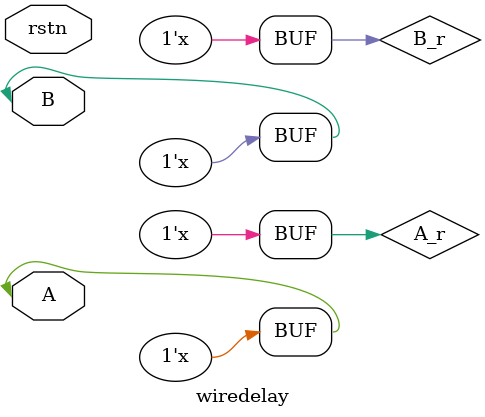
<source format=v>
`timescale 1ns / 1ps 
`define PCB_CTRL_DELAY      0
`define PCB_RDMASK_DELAY    0  

`define PCB_DQS_DELAY       0 
`define PCB_DQ_DATA_DELAY   0

/////////////////////////////////////

//`define PCB_CTRL_DELAY      2
//`define PCB_RDMASK_DELAY    4  

//`define PCB_DQS_DELAY       2
//`define PCB_DQ_DATA_DELAY   2

/////////////////////////////////////

//`define PCB_CTRL_DELAY      2.5
//`define PCB_RDMASK_DELAY    4  

//`define PCB_DQS_DELAY       2.5
//`define PCB_DQ_DATA_DELAY   2.5

/////////////////////////////////////


module wiredelay 
#(
  parameter Delay = 0
)
(
  inout A,
  inout B,
  input rstn
);  

  reg A_r;
  reg B_r;
  reg line_en;

  assign A = A_r;
  assign B = B_r;

  always @(*) begin
    if (!rstn) begin
      A_r <= 1'bz;
      B_r <= 1'bz;
      line_en <= 1'b0;
    end else begin 
      if (line_en) begin
        A_r <= #Delay B;
	B_r <= 1'bz;
      end else begin
        B_r <= #Delay A;
	A_r <= 1'bz;
      end
    end
  end

  always @(A or B) begin
    if (!rstn) begin
      line_en <= 1'b0;
    end else if (A !== A_r) begin
      line_en <= 1'b0;
    end else if (B_r !== B) begin
      line_en <= 1'b1;
    end else begin
      line_en <= line_en;
    end
  end
endmodule


</source>
